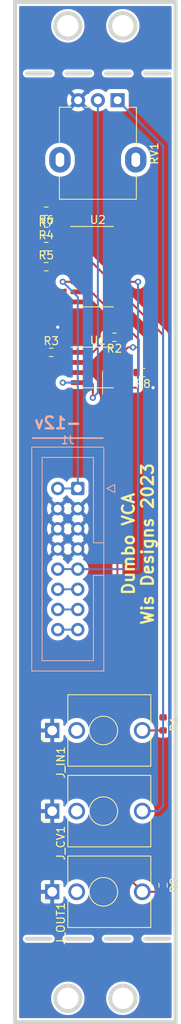
<source format=kicad_pcb>
(kicad_pcb (version 20211014) (generator pcbnew)
  (layers (0 "F.Cu" signal) (31 "B.Cu" signal) (34 "B.Paste" user) (35 "F.Paste" user) (36 "B.SilkS" user "B.Silkscreen") (37 "F.SilkS" user "F.Silkscreen") (38 "B.Mask" user) (39 "F.Mask" user) (44 "Edge.Cuts" user))
  (net 0 "")
  (net 1 "Net-(J1-Pad13)")
  (net 2 "Net-(J1-Pad15)")
  (net 3 "+5V")
  (net 4 "+12V")
  (net 5 "GND")
  (net 6 "-12V")
  (net 7 "Net-(J_CV1-PadT)")
  (net 9 "Net-(J_IN1-PadT)")
  (net 11 "Net-(J_OUT1-PadT)")
  (net 13 "Net-(R1-Pad1)")
  (net 14 "Net-(R2-Pad2)")
  (net 15 "Net-(R3-Pad2)")
  (net 16 "Net-(R5-Pad2)")
  (net 17 "Net-(R6-Pad2)")
  (net 18 "Net-(R7-Pad1)")
  (net 19 "Net-(U1-Pad5)")
  (net 20 "Net-(RV1-Pad2)")
  (footprint "Resistor_SMD:R_0603_1608Metric" (layer "F.Cu") (at 38.735 110.935 -90)
    (fp_text reference "R1" (at 0 -1.43 90) (layer "F.SilkS"))
    (fp_text value "9.1k")
    (fp_line (start -0.237258 0.5225) (end 0.237258 0.5225) (layer "F.SilkS") (width 0.12))
    (fp_line (start -0.237258 -0.5225) (end 0.237258 -0.5225) (layer "F.SilkS") (width 0.12))
    (pad "1" smd roundrect (at -0.825 0 270) (size 0.8 0.95) (layers "F.Cu" "F.Paste" "F.Mask") (net 13 "Net-(R1-Pad1)"))
    (pad "2" smd roundrect (at 0.825 0 270) (size 0.8 0.95) (layers "F.Cu" "F.Paste" "F.Mask") (net 9 "Net-(J_IN1-PadT)"))
  )
  (footprint "Resistor_SMD:R_0603_1608Metric" (layer "F.Cu") (at 23.94 50.8)
    (fp_text reference "R4" (at 0 -1.43) (layer "F.SilkS"))
    (fp_text value "1k")
    (fp_line (start -0.237258 0.5225) (end 0.237258 0.5225) (layer "F.SilkS") (width 0.12))
    (fp_line (start -0.237258 -0.5225) (end 0.237258 -0.5225) (layer "F.SilkS") (width 0.12))
    (pad "1" smd roundrect (at -0.825 0) (size 0.8 0.95) (layers "F.Cu" "F.Paste" "F.Mask") (net 5 "GND"))
    (pad "2" smd roundrect (at 0.825 0) (size 0.8 0.95) (layers "F.Cu" "F.Paste" "F.Mask") (net 13 "Net-(R1-Pad1)"))
  )
  (footprint "Potentiometer_THT:Potentiometer_Alpha_RD901F-40-00D_Single_Vertical" (layer "F.Cu") (at 32.98 32.375 -90)
    (fp_text reference "RV1" (at 6.71 -4.64 90) (layer "F.SilkS"))
    (fp_text value "AlphaPot")
    (fp_line (start 0.88 1.71) (end 0.88 1.18) (layer "F.SilkS") (width 0.12))
    (fp_line (start 9.41 7.37) (end 12.47 7.37) (layer "F.SilkS") (width 0.12))
    (fp_line (start 9.41 -2.37) (end 12.47 -2.37) (layer "F.SilkS") (width 0.12))
    (fp_line (start 0.88 -1.19) (end 0.88 -2.37) (layer "F.SilkS") (width 0.12))
    (fp_line (start 12.47 7.37) (end 12.47 -2.37) (layer "F.SilkS") (width 0.12))
    (fp_line (start 0.88 7.37) (end 0.88 5.88) (layer "F.SilkS") (width 0.12))
    (fp_line (start 0.88 4.16) (end 0.88 3.33) (layer "F.SilkS") (width 0.12))
    (fp_line (start 0.88 -2.38) (end 5.6 -2.38) (layer "F.SilkS") (width 0.12))
    (fp_line (start 0.88 7.37) (end 5.6 7.37) (layer "F.SilkS") (width 0.12))
    (pad "" thru_hole oval (at 7.5 7.3) (size 2.72 3.24) (drill oval 1.1 1.8) (layers *.Cu *.Mask))
    (pad "" thru_hole oval (at 7.5 -2.3) (size 2.72 3.24) (drill oval 1.1 1.8) (layers *.Cu *.Mask))
    (pad "1" thru_hole rect (at 0 0) (size 1.8 1.8) (drill 1) (layers *.Cu *.Mask) (net 7 "Net-(J_CV1-PadT)"))
    (pad "2" thru_hole circle (at 0 2.5) (size 1.8 1.8) (drill 1) (layers *.Cu *.Mask) (net 20 "Net-(RV1-Pad2)"))
    (pad "3" thru_hole circle (at 0 5) (size 1.8 1.8) (drill 1) (layers *.Cu *.Mask) (net 5 "GND"))
  )
  (footprint "Resistor_SMD:R_0603_1608Metric" (layer "F.Cu") (at 32.575 62.23 180)
    (fp_text reference "R2" (at 0 -1.43) (layer "F.SilkS"))
    (fp_text value "68k")
    (fp_line (start -0.237258 -0.5225) (end 0.237258 -0.5225) (layer "F.SilkS") (width 0.12))
    (fp_line (start -0.237258 0.5225) (end 0.237258 0.5225) (layer "F.SilkS") (width 0.12))
    (pad "1" smd roundrect (at -0.825 0 180) (size 0.8 0.95) (layers "F.Cu" "F.Paste" "F.Mask") (net 4 "+12V"))
    (pad "2" smd roundrect (at 0.825 0 180) (size 0.8 0.95) (layers "F.Cu" "F.Paste" "F.Mask") (net 14 "Net-(R2-Pad2)"))
  )
  (footprint "Resistor_SMD:R_0603_1608Metric" (layer "F.Cu") (at 23.94 46.355 180)
    (fp_text reference "R7" (at 0 -1.43) (layer "F.SilkS"))
    (fp_text value "9.1k")
    (fp_line (start -0.237258 0.5225) (end 0.237258 0.5225) (layer "F.SilkS") (width 0.12))
    (fp_line (start -0.237258 -0.5225) (end 0.237258 -0.5225) (layer "F.SilkS") (width 0.12))
    (pad "1" smd roundrect (at -0.825 0 180) (size 0.8 0.95) (layers "F.Cu" "F.Paste" "F.Mask") (net 18 "Net-(R7-Pad1)"))
    (pad "2" smd roundrect (at 0.825 0 180) (size 0.8 0.95) (layers "F.Cu" "F.Paste" "F.Mask") (net 15 "Net-(R3-Pad2)"))
  )
  (footprint "Resistor_SMD:R_0603_1608Metric" (layer "F.Cu") (at 38.735 131.255 -90)
    (fp_text reference "R9" (at 0 -1.43 90) (layer "F.SilkS"))
    (fp_text value "9.1k")
    (fp_line (start -0.237258 -0.5225) (end 0.237258 -0.5225) (layer "F.SilkS") (width 0.12))
    (fp_line (start -0.237258 0.5225) (end 0.237258 0.5225) (layer "F.SilkS") (width 0.12))
    (pad "1" smd roundrect (at -0.825 0 270) (size 0.8 0.95) (layers "F.Cu" "F.Paste" "F.Mask") (net 5 "GND"))
    (pad "2" smd roundrect (at 0.825 0 270) (size 0.8 0.95) (layers "F.Cu" "F.Paste" "F.Mask") (net 11 "Net-(J_OUT1-PadT)"))
  )
  (footprint "Resistor_SMD:R_0603_1608Metric" (layer "F.Cu") (at 36.195 66.675 180)
    (fp_text reference "R8" (at 0 -1.43) (layer "F.SilkS"))
    (fp_text value "9.1k")
    (fp_line (start -0.237258 -0.5225) (end 0.237258 -0.5225) (layer "F.SilkS") (width 0.12))
    (fp_line (start -0.237258 0.5225) (end 0.237258 0.5225) (layer "F.SilkS") (width 0.12))
    (pad "1" smd roundrect (at -0.825 0 180) (size 0.8 0.95) (layers "F.Cu" "F.Paste" "F.Mask") (net 5 "GND"))
    (pad "2" smd roundrect (at 0.825 0 180) (size 0.8 0.95) (layers "F.Cu" "F.Paste" "F.Mask") (net 19 "Net-(U1-Pad5)"))
  )
  (footprint "Package_SO:SOIC-16_3.9x9.9mm_P1.27mm" (layer "F.Cu") (at 30.48 53.34)
    (fp_text reference "U2" (at 0 -5.9) (layer "F.SilkS"))
    (fp_text value "LM13700")
    (fp_line (start 0 -5.06) (end 1.95 -5.06) (layer "F.SilkS") (width 0.12))
    (fp_line (start 0 -5.06) (end -3.45 -5.06) (layer "F.SilkS") (width 0.12))
    (fp_line (start 0 5.06) (end 1.95 5.06) (layer "F.SilkS") (width 0.12))
    (fp_line (start 0 5.06) (end -1.95 5.06) (layer "F.SilkS") (width 0.12))
    (pad "1" smd roundrect (at -2.475 -4.445) (size 1.95 0.6) (layers "F.Cu" "F.Paste" "F.Mask") (net 18 "Net-(R7-Pad1)"))
    (pad "2" smd roundrect (at -2.475 -3.175) (size 1.95 0.6) (layers "F.Cu" "F.Paste" "F.Mask") (net 17 "Net-(R6-Pad2)"))
    (pad "3" smd roundrect (at -2.475 -1.905) (size 1.95 0.6) (layers "F.Cu" "F.Paste" "F.Mask") (net 13 "Net-(R1-Pad1)"))
    (pad "4" smd roundrect (at -2.475 -0.635) (size 1.95 0.6) (layers "F.Cu" "F.Paste" "F.Mask") (net 16 "Net-(R5-Pad2)"))
    (pad "5" smd roundrect (at -2.475 0.635) (size 1.95 0.6) (layers "F.Cu" "F.Paste" "F.Mask") (net 19 "Net-(U1-Pad5)"))
    (pad "6" smd roundrect (at -2.475 1.905) (size 1.95 0.6) (layers "F.Cu" "F.Paste" "F.Mask") (net 6 "-12V"))
    (pad "7" smd roundrect (at -2.475 3.175) (size 1.95 0.6) (layers "F.Cu" "F.Paste" "F.Mask"))
    (pad "8" smd roundrect (at -2.475 4.445) (size 1.95 0.6) (layers "F.Cu" "F.Paste" "F.Mask"))
    (pad "9" smd roundrect (at 2.475 4.445) (size 1.95 0.6) (layers "F.Cu" "F.Paste" "F.Mask"))
    (pad "10" smd roundrect (at 2.475 3.175) (size 1.95 0.6) (layers "F.Cu" "F.Paste" "F.Mask"))
    (pad "11" smd roundrect (at 2.475 1.905) (size 1.95 0.6) (layers "F.Cu" "F.Paste" "F.Mask") (net 4 "+12V"))
    (pad "12" smd roundrect (at 2.475 0.635) (size 1.95 0.6) (layers "F.Cu" "F.Paste" "F.Mask"))
    (pad "13" smd roundrect (at 2.475 -0.635) (size 1.95 0.6) (layers "F.Cu" "F.Paste" "F.Mask"))
    (pad "14" smd roundrect (at 2.475 -1.905) (size 1.95 0.6) (layers "F.Cu" "F.Paste" "F.Mask"))
    (pad "15" smd roundrect (at 2.475 -3.175) (size 1.95 0.6) (layers "F.Cu" "F.Paste" "F.Mask"))
    (pad "16" smd roundrect (at 2.475 -4.445) (size 1.95 0.6) (layers "F.Cu" "F.Paste" "F.Mask"))
  )
  (footprint "Connector_Audio:Jack_3.5mm_QingPu_WQP-PJ398SM_Vertical_CircularHoles" (layer "F.Cu") (at 24.7 121.92 90)
    (fp_text reference "J_CV1" (at -4.03 1.08 90) (layer "F.SilkS"))
    (fp_text value "Thonkiconn")
    (fp_line (start -4.5 1.98) (end -4.5 12.48) (layer "F.SilkS") (width 0.12))
    (fp_line (start -0.72 1.98) (end -4.5 1.98) (layer "F.SilkS") (width 0.12))
    (fp_line (start 4.5 1.98) (end 0.72 1.98) (layer "F.SilkS") (width 0.12))
    (fp_line (start 4.5 12.48) (end 0.8 12.48) (layer "F.SilkS") (width 0.12))
    (fp_line (start -0.8 12.48) (end -4.5 12.48) (layer "F.SilkS") (width 0.12))
    (fp_line (start 4.5 1.98) (end 4.5 12.48) (layer "F.SilkS") (width 0.12))
    (fp_line (start -1.23 -1.17) (end -0.37 -1.17) (layer "F.SilkS") (width 0.12))
    (fp_line (start -1.23 -1.17) (end -1.23 -0.37) (layer "F.SilkS") (width 0.12))
    (fp_circle (center 0 6.48) (end 1.8 6.48) (layer "F.SilkS") (width 0.12) (fill none))
    (pad "S" thru_hole rect (at 0 0 270) (size 1.93 1.83) (drill 1.22) (layers *.Cu *.Mask) (net 5 "GND"))
    (pad "T" thru_hole circle (at 0 11.4 270) (size 2.13 2.13) (drill 1.43) (layers *.Cu *.Mask) (net 7 "Net-(J_CV1-PadT)"))
    (pad "TN" thru_hole circle (at 0 3.1 270) (size 2.13 2.13) (drill 1.42) (layers *.Cu *.Mask))
    (zone (net 0) (net_name "") (layer "F.Cu") (connect_pads (clearance 0)) (min_thickness 0.254)
      (keepout (tracks not_allowed) (vias not_allowed) (pads not_allowed) (copperpour not_allowed) (footprints not_allowed))
      (fill (thermal_gap 0.508) (thermal_bridge_width 0.508))
      (polygon (pts (xy 31.18 120.414859) (xy 30.934171 120.43507) (xy 30.694945 120.495159) (xy 30.468744 120.593514) (xy 30.261645 120.727492) (xy 30.07921 120.893496) (xy 29.926336 121.087068) (xy 29.807131 121.303008) (xy 29.724794 121.535518) (xy 29.681539 121.778354) (xy 29.678525 122.024993) (xy 29.715835 122.268813) (xy 29.792466 122.503266) (xy 29.90636 122.722054) (xy 30.054458 122.919303) (xy 30.232784 123.089714) (xy 30.436548 123.228712) (xy 30.660278 123.332564) (xy 30.897965 123.398481) (xy 31.143226 123.424692) (xy 31.389475 123.410493) (xy 31.630099 123.356266) (xy 31.858634 123.263468) (xy 32.068945 123.134589) (xy 32.255382 122.973092) (xy 32.412939 122.783313) (xy 32.537385 122.57035) (xy 32.625377 122.339921) (xy 32.674553 122.098215) (xy 32.683592 121.851722) (xy 32.65225 121.607064) (xy 32.58137 121.370809) (xy 32.472856 121.149303) (xy 32.329621 120.948495) (xy 32.155512 120.773777) (xy 31.955205 120.629842) (xy 31.734079 120.520555) (xy 31.498074 120.448851) (xy 31.253526 120.416656)))
    )
  )
  (footprint "Resistor_SMD:R_0603_1608Metric" (layer "F.Cu") (at 23.94 53.34)
    (fp_text reference "R5" (at 0 -1.43) (layer "F.SilkS"))
    (fp_text value "1k")
    (fp_line (start -0.237258 -0.5225) (end 0.237258 -0.5225) (layer "F.SilkS") (width 0.12))
    (fp_line (start -0.237258 0.5225) (end 0.237258 0.5225) (layer "F.SilkS") (width 0.12))
    (pad "1" smd roundrect (at -0.825 0) (size 0.8 0.95) (layers "F.Cu" "F.Paste" "F.Mask") (net 5 "GND"))
    (pad "2" smd roundrect (at 0.825 0) (size 0.8 0.95) (layers "F.Cu" "F.Paste" "F.Mask") (net 16 "Net-(R5-Pad2)"))
  )
  (footprint "Connector_Audio:Jack_3.5mm_QingPu_WQP-PJ398SM_Vertical_CircularHoles" (layer "F.Cu") (at 24.7 132.08 90)
    (fp_text reference "J_OUT1" (at -4.03 1.08 90) (layer "F.SilkS"))
    (fp_text value "Thonkiconn")
    (fp_line (start 4.5 1.98) (end 4.5 12.48) (layer "F.SilkS") (width 0.12))
    (fp_line (start -0.8 12.48) (end -4.5 12.48) (layer "F.SilkS") (width 0.12))
    (fp_line (start 4.5 1.98) (end 0.72 1.98) (layer "F.SilkS") (width 0.12))
    (fp_line (start 4.5 12.48) (end 0.8 12.48) (layer "F.SilkS") (width 0.12))
    (fp_line (start -1.23 -1.17) (end -0.37 -1.17) (layer "F.SilkS") (width 0.12))
    (fp_line (start -0.72 1.98) (end -4.5 1.98) (layer "F.SilkS") (width 0.12))
    (fp_line (start -1.23 -1.17) (end -1.23 -0.37) (layer "F.SilkS") (width 0.12))
    (fp_line (start -4.5 1.98) (end -4.5 12.48) (layer "F.SilkS") (width 0.12))
    (fp_circle (center 0 6.48) (end 1.8 6.48) (layer "F.SilkS") (width 0.12) (fill none))
    (pad "S" thru_hole rect (at 0 0 270) (size 1.93 1.83) (drill 1.22) (layers *.Cu *.Mask) (net 5 "GND"))
    (pad "T" thru_hole circle (at 0 11.4 270) (size 2.13 2.13) (drill 1.43) (layers *.Cu *.Mask) (net 11 "Net-(J_OUT1-PadT)"))
    (pad "TN" thru_hole circle (at 0 3.1 270) (size 2.13 2.13) (drill 1.42) (layers *.Cu *.Mask))
    (zone (net 0) (net_name "") (layer "F.Cu") (connect_pads (clearance 0)) (min_thickness 0.254)
      (keepout (tracks not_allowed) (vias not_allowed) (pads not_allowed) (copperpour not_allowed) (footprints not_allowed))
      (fill (thermal_gap 0.508) (thermal_bridge_width 0.508))
      (polygon (pts (xy 31.18 130.574859) (xy 30.934171 130.59507) (xy 30.694945 130.655159) (xy 30.468744 130.753514) (xy 30.261645 130.887492) (xy 30.07921 131.053496) (xy 29.926336 131.247068) (xy 29.807131 131.463008) (xy 29.724794 131.695518) (xy 29.681539 131.938354) (xy 29.678525 132.184993) (xy 29.715835 132.428813) (xy 29.792466 132.663266) (xy 29.90636 132.882054) (xy 30.054458 133.079303) (xy 30.232784 133.249714) (xy 30.436548 133.388712) (xy 30.660278 133.492564) (xy 30.897965 133.558481) (xy 31.143226 133.584692) (xy 31.389475 133.570493) (xy 31.630099 133.516266) (xy 31.858634 133.423468) (xy 32.068945 133.294589) (xy 32.255382 133.133092) (xy 32.412939 132.943313) (xy 32.537385 132.73035) (xy 32.625377 132.499921) (xy 32.674553 132.258215) (xy 32.683592 132.011722) (xy 32.65225 131.767064) (xy 32.58137 131.530809) (xy 32.472856 131.309303) (xy 32.329621 131.108495) (xy 32.155512 130.933777) (xy 31.955205 130.789842) (xy 31.734079 130.680555) (xy 31.498074 130.608851) (xy 31.253526 130.576656)))
    )
  )
  (footprint "Resistor_SMD:R_0603_1608Metric" (layer "F.Cu") (at 23.94 48.895)
    (fp_text reference "R6" (at 0 -1.43) (layer "F.SilkS"))
    (fp_text value "9.1k")
    (fp_line (start -0.237258 0.5225) (end 0.237258 0.5225) (layer "F.SilkS") (width 0.12))
    (fp_line (start -0.237258 -0.5225) (end 0.237258 -0.5225) (layer "F.SilkS") (width 0.12))
    (pad "1" smd roundrect (at -0.825 0) (size 0.8 0.95) (layers "F.Cu" "F.Paste" "F.Mask") (net 5 "GND"))
    (pad "2" smd roundrect (at 0.825 0) (size 0.8 0.95) (layers "F.Cu" "F.Paste" "F.Mask") (net 17 "Net-(R6-Pad2)"))
  )
  (footprint "Connector_Audio:Jack_3.5mm_QingPu_WQP-PJ398SM_Vertical_CircularHoles" (layer "F.Cu") (at 24.7 111.76 90)
    (fp_text reference "J_IN1" (at -4.03 1.08 90) (layer "F.SilkS"))
    (fp_text value "Thonkiconn")
    (fp_line (start 4.5 12.48) (end 0.8 12.48) (layer "F.SilkS") (width 0.12))
    (fp_line (start -4.5 1.98) (end -4.5 12.48) (layer "F.SilkS") (width 0.12))
    (fp_line (start -0.72 1.98) (end -4.5 1.98) (layer "F.SilkS") (width 0.12))
    (fp_line (start -0.8 12.48) (end -4.5 12.48) (layer "F.SilkS") (width 0.12))
    (fp_line (start -1.23 -1.17) (end -0.37 -1.17) (layer "F.SilkS") (width 0.12))
    (fp_line (start -1.23 -1.17) (end -1.23 -0.37) (layer "F.SilkS") (width 0.12))
    (fp_line (start 4.5 1.98) (end 0.72 1.98) (layer "F.SilkS") (width 0.12))
    (fp_line (start 4.5 1.98) (end 4.5 12.48) (layer "F.SilkS") (width 0.12))
    (fp_circle (center 0 6.48) (end 1.8 6.48) (layer "F.SilkS") (width 0.12) (fill none))
    (pad "S" thru_hole rect (at 0 0 270) (size 1.93 1.83) (drill 1.22) (layers *.Cu *.Mask) (net 5 "GND"))
    (pad "T" thru_hole circle (at 0 11.4 270) (size 2.13 2.13) (drill 1.43) (layers *.Cu *.Mask) (net 9 "Net-(J_IN1-PadT)"))
    (pad "TN" thru_hole circle (at 0 3.1 270) (size 2.13 2.13) (drill 1.42) (layers *.Cu *.Mask))
    (zone (net 0) (net_name "") (layer "F.Cu") (connect_pads (clearance 0)) (min_thickness 0.254)
      (keepout (tracks not_allowed) (vias not_allowed) (pads not_allowed) (copperpour not_allowed) (footprints not_allowed))
      (fill (thermal_gap 0.508) (thermal_bridge_width 0.508))
      (polygon (pts (xy 31.18 110.254859) (xy 30.934171 110.27507) (xy 30.694945 110.335159) (xy 30.468744 110.433514) (xy 30.261645 110.567492) (xy 30.07921 110.733496) (xy 29.926336 110.927068) (xy 29.807131 111.143008) (xy 29.724794 111.375518) (xy 29.681539 111.618354) (xy 29.678525 111.864993) (xy 29.715835 112.108813) (xy 29.792466 112.343266) (xy 29.90636 112.562054) (xy 30.054458 112.759303) (xy 30.232784 112.929714) (xy 30.436548 113.068712) (xy 30.660278 113.172564) (xy 30.897965 113.238481) (xy 31.143226 113.264692) (xy 31.389475 113.250493) (xy 31.630099 113.196266) (xy 31.858634 113.103468) (xy 32.068945 112.974589) (xy 32.255382 112.813092) (xy 32.412939 112.623313) (xy 32.537385 112.41035) (xy 32.625377 112.179921) (xy 32.674553 111.938215) (xy 32.683592 111.691722) (xy 32.65225 111.447064) (xy 32.58137 111.210809) (xy 32.472856 110.989303) (xy 32.329621 110.788495) (xy 32.155512 110.613777) (xy 31.955205 110.469842) (xy 31.734079 110.360555) (xy 31.498074 110.288851) (xy 31.253526 110.256656)))
    )
  )
  (footprint "Resistor_SMD:R_0603_1608Metric" (layer "F.Cu") (at 24.575 64.135)
    (fp_text reference "R3" (at 0 -1.43) (layer "F.SilkS"))
    (fp_text value "68k")
    (fp_line (start -0.237258 0.5225) (end 0.237258 0.5225) (layer "F.SilkS") (width 0.12))
    (fp_line (start -0.237258 -0.5225) (end 0.237258 -0.5225) (layer "F.SilkS") (width 0.12))
    (pad "1" smd roundrect (at -0.825 0) (size 0.8 0.95) (layers "F.Cu" "F.Paste" "F.Mask") (net 14 "Net-(R2-Pad2)"))
    (pad "2" smd roundrect (at 0.825 0) (size 0.8 0.95) (layers "F.Cu" "F.Paste" "F.Mask") (net 15 "Net-(R3-Pad2)"))
  )
  (footprint "Package_SO:SOIC-8_3.9x4.9mm_P1.27mm" (layer "F.Cu") (at 30.48 66.04)
    (fp_text reference "U1" (at 0 -3.4) (layer "F.SilkS"))
    (fp_text value "TL072")
    (fp_line (start 0 -2.56) (end -3.45 -2.56) (layer "F.SilkS") (width 0.12))
    (fp_line (start 0 2.56) (end 1.95 2.56) (layer "F.SilkS") (width 0.12))
    (fp_line (start 0 2.56) (end -1.95 2.56) (layer "F.SilkS") (width 0.12))
    (fp_line (start 0 -2.56) (end 1.95 -2.56) (layer "F.SilkS") (width 0.12))
    (pad "1" smd roundrect (at -2.475 -1.905) (size 1.95 0.6) (layers "F.Cu" "F.Paste" "F.Mask") (net 15 "Net-(R3-Pad2)"))
    (pad "2" smd roundrect (at -2.475 -0.635) (size 1.95 0.6) (layers "F.Cu" "F.Paste" "F.Mask") (net 14 "Net-(R2-Pad2)"))
    (pad "3" smd roundrect (at -2.475 0.635) (size 1.95 0.6) (layers "F.Cu" "F.Paste" "F.Mask") (net 20 "Net-(RV1-Pad2)"))
    (pad "4" smd roundrect (at -2.475 1.905) (size 1.95 0.6) (layers "F.Cu" "F.Paste" "F.Mask") (net 6 "-12V"))
    (pad "5" smd roundrect (at 2.475 1.905) (size 1.95 0.6) (layers "F.Cu" "F.Paste" "F.Mask") (net 19 "Net-(U1-Pad5)"))
    (pad "6" smd roundrect (at 2.475 0.635) (size 1.95 0.6) (layers "F.Cu" "F.Paste" "F.Mask") (net 11 "Net-(J_OUT1-PadT)"))
    (pad "7" smd roundrect (at 2.475 -0.635) (size 1.95 0.6) (layers "F.Cu" "F.Paste" "F.Mask") (net 11 "Net-(J_OUT1-PadT)"))
    (pad "8" smd roundrect (at 2.475 -1.905) (size 1.95 0.6) (layers "F.Cu" "F.Paste" "F.Mask") (net 4 "+12V"))
  )
  (footprint "Connector_IDC:IDC-Header_2x08_P2.54mm_Vertical" (layer "B.Cu") (at 27.94 81.28 180)
    (fp_text reference "J1" (at 1.27 6.1) (layer "B.SilkS") (effects (justify mirror)))
    (fp_text value "Conn_02x08_Odd_Even")
    (fp_line (start -1.98 -6.84) (end -1.98 3.91) (layer "B.SilkS") (width 0.12))
    (fp_line (start 5.83 -22.99) (end -3.29 -22.99) (layer "B.SilkS") (width 0.12))
    (fp_line (start -1.98 3.91) (end 4.52 3.91) (layer "B.SilkS") (width 0.12))
    (fp_line (start -3.29 -6.84) (end -1.98 -6.84) (layer "B.SilkS") (width 0.12))
    (fp_line (start -3.29 -22.99) (end -3.29 5.21) (layer "B.SilkS") (width 0.12))
    (fp_line (start -1.98 -10.94) (end -3.29 -10.94) (layer "B.SilkS") (width 0.12))
    (fp_line (start -4.68 -0.5) (end -3.68 0) (layer "B.SilkS") (width 0.12))
    (fp_line (start -1.98 -10.94) (end -1.98 -10.94) (layer "B.SilkS") (width 0.12))
    (fp_line (start -3.68 0) (end -4.68 0.5) (layer "B.SilkS") (width 0.12))
    (fp_line (start -4.68 0.5) (end -4.68 -0.5) (layer "B.SilkS") (width 0.12))
    (fp_line (start 4.52 3.91) (end 4.52 -21.69) (layer "B.SilkS") (width 0.12))
    (fp_line (start 5.83 5.21) (end 5.83 -22.99) (layer "B.SilkS") (width 0.12))
    (fp_line (start -3.29 5.21) (end 5.83 5.21) (layer "B.SilkS") (width 0.12))
    (fp_line (start 4.52 -21.69) (end -1.98 -21.69) (layer "B.SilkS") (width 0.12))
    (fp_line (start -1.98 -21.69) (end -1.98 -10.94) (layer "B.SilkS") (width 0.12))
    (pad "1" thru_hole roundrect (at 0 0 180) (size 1.7 1.7) (drill 1) (layers *.Cu *.Mask) (roundrect_rratio 0.1470588235) (net 6 "-12V"))
    (pad "2" thru_hole circle (at 2.54 0 180) (size 1.7 1.7) (drill 1) (layers *.Cu *.Mask) (net 6 "-12V"))
    (pad "3" thru_hole circle (at 0 -2.54 180) (size 1.7 1.7) (drill 1) (layers *.Cu *.Mask) (net 5 "GND"))
    (pad "4" thru_hole circle (at 2.54 -2.54 180) (size 1.7 1.7) (drill 1) (layers *.Cu *.Mask) (net 5 "GND"))
    (pad "5" thru_hole circle (at 0 -5.08 180) (size 1.7 1.7) (drill 1) (layers *.Cu *.Mask) (net 5 "GND"))
    (pad "6" thru_hole circle (at 2.54 -5.08 180) (size 1.7 1.7) (drill 1) (layers *.Cu *.Mask) (net 5 "GND"))
    (pad "7" thru_hole circle (at 0 -7.62 180) (size 1.7 1.7) (drill 1) (layers *.Cu *.Mask) (net 5 "GND"))
    (pad "8" thru_hole circle (at 2.54 -7.62 180) (size 1.7 1.7) (drill 1) (layers *.Cu *.Mask) (net 5 "GND"))
    (pad "9" thru_hole circle (at 0 -10.16 180) (size 1.7 1.7) (drill 1) (layers *.Cu *.Mask) (net 4 "+12V"))
    (pad "10" thru_hole circle (at 2.54 -10.16 180) (size 1.7 1.7) (drill 1) (layers *.Cu *.Mask) (net 4 "+12V"))
    (pad "11" thru_hole circle (at 0 -12.7 180) (size 1.7 1.7) (drill 1) (layers *.Cu *.Mask) (net 3 "+5V"))
    (pad "12" thru_hole circle (at 2.54 -12.7 180) (size 1.7 1.7) (drill 1) (layers *.Cu *.Mask) (net 3 "+5V"))
    (pad "13" thru_hole circle (at 0 -15.24 180) (size 1.7 1.7) (drill 1) (layers *.Cu *.Mask) (net 1 "Net-(J1-Pad13)"))
    (pad "14" thru_hole circle (at 2.54 -15.24 180) (size 1.7 1.7) (drill 1) (layers *.Cu *.Mask) (net 1 "Net-(J1-Pad13)"))
    (pad "15" thru_hole circle (at 0 -17.78 180) (size 1.7 1.7) (drill 1) (layers *.Cu *.Mask) (net 2 "Net-(J1-Pad15)"))
    (pad "16" thru_hole circle (at 2.54 -17.78 180) (size 1.7 1.7) (drill 1) (layers *.Cu *.Mask) (net 2 "Net-(J1-Pad15)"))
  )
  (gr_line (start 31.115 74.93) (end 22.225 74.93) (layer "B.SilkS") (width 0.2))
  (gr_circle (center 26.68 145.5) (end 26.68 147.1) (layer "Edge.Cuts") (width 0.5) (fill none))
  (gr_circle (center 33.64 145.5) (end 33.64 147.1) (layer "Edge.Cuts") (width 0.5) (fill none))
  (gr_circle (center 26.68 23) (end 26.68 24.6) (layer "Edge.Cuts") (width 0.5) (fill none))
  (gr_line (start 21.5 29) (end 24.5 29) (layer "Edge.Cuts") (width 0.5))
  (gr_rect (start 20 20) (end 40.32 148.5) (layer "Edge.Cuts") (width 0.5) (fill none))
  (gr_circle (center 33.64 23) (end 33.64 24.6) (layer "Edge.Cuts") (width 0.5) (fill none))
  (gr_line (start 36.5 29) (end 39.5 29) (layer "Edge.Cuts") (width 0.5))
  (gr_line (start 31.5 29) (end 34.5 29) (layer "Edge.Cuts") (width 0.5))
  (gr_line (start 21.5 138) (end 24.5 138) (layer "Edge.Cuts") (width 0.5))
  (gr_line (start 26.5 29) (end 29.5 29) (layer "Edge.Cuts") (width 0.5))
  (gr_line (start 26.5 138) (end 29.5 138) (layer "Edge.Cuts") (width 0.5))
  (gr_line (start 36.5 138) (end 39.5 138) (layer "Edge.Cuts") (width 0.5))
  (gr_line (start 31.5 138) (end 34.5 138) (layer "Edge.Cuts") (width 0.5))
  (gr_text "-12v" (at 25.4 73.025) (layer "B.SilkS") (effects (font (size 1.5 1.5) (thickness 0.3)) (justify mirror)))
  (gr_text "Dumbo VCA\nWis Designs 2023" (at 35.56 88.265 90) (layer "F.SilkS") (effects (font (size 1.5 1.5) (thickness 0.3))))
  (segment (start 25.4 96.52) (end 27.94 96.52) (width 0.25) (layer "B.Cu") (net 1))
  (segment (start 27.94 99.06) (end 25.4 99.06) (width 0.25) (layer "B.Cu") (net 2))
  (segment (start 27.94 93.98) (end 25.4 93.98) (width 0.25) (layer "B.Cu") (net 3))
  (segment (start 33.4 62.23) (end 33.4 63.69) (width 0.25) (layer "F.Cu") (net 4))
  (segment (start 33.4 63.69) (end 32.955 64.135) (width 0.25) (layer "F.Cu") (net 4))
  (segment (start 35.56 55.245) (end 32.955 55.245) (width 0.25) (layer "F.Cu") (net 4))
  (segment (start 34.29 63.5) (end 33.655 64.135) (width 0.25) (layer "F.Cu") (net 4))
  (segment (start 33.655 64.135) (end 32.955 64.135) (width 0.25) (layer "F.Cu") (net 4))
  (segment (start 34.925 63.5) (end 34.29 63.5) (width 0.25) (layer "F.Cu") (net 4))
  (via (at 35.56 55.245) (size 0.8) (drill 0.4) (layers "F.Cu" "B.Cu") (net 4))
  (via (at 34.925 63.5) (size 0.8) (drill 0.4) (layers "F.Cu" "B.Cu") (net 4))
  (segment (start 35.56 91.44) (end 35.56 64.135) (width 0.25) (layer "B.Cu") (net 4))
  (segment (start 35.56 64.135) (end 35.56 55.245) (width 0.25) (layer "B.Cu") (net 4))
  (segment (start 25.4 91.44) (end 27.94 91.44) (width 0.25) (layer "B.Cu") (net 4))
  (segment (start 27.94 91.44) (end 35.56 91.44) (width 0.25) (layer "B.Cu") (net 4))
  (segment (start 35.56 63.5) (end 34.925 63.5) (width 0.25) (layer "B.Cu") (net 4))
  (via (at 37.465 68.58) (size 0.8) (drill 0.4) (layers "F.Cu" "B.Cu") (net 5))
  (via (at 25.4 60.96) (size 0.8) (drill 0.4) (layers "F.Cu" "B.Cu") (net 5))
  (segment (start 26.035 55.245) (end 28.005 55.245) (width 0.25) (layer "F.Cu") (net 6))
  (segment (start 26.035 67.945) (end 28.005 67.945) (width 0.25) (layer "F.Cu") (net 6))
  (via (at 26.035 55.245) (size 0.8) (drill 0.4) (layers "F.Cu" "B.Cu") (net 6))
  (via (at 26.035 67.945) (size 0.8) (drill 0.4) (layers "F.Cu" "B.Cu") (net 6))
  (segment (start 27.94 81.28) (end 25.4 81.28) (width 0.25) (layer "B.Cu") (net 6))
  (segment (start 27.94 57.15) (end 26.035 55.245) (width 0.25) (layer "B.Cu") (net 6))
  (segment (start 27.94 81.28) (end 27.94 67.945) (width 0.25) (layer "B.Cu") (net 6))
  (segment (start 27.94 67.945) (end 27.94 57.15) (width 0.25) (layer "B.Cu") (net 6))
  (segment (start 27.94 67.945) (end 26.035 67.945) (width 0.25) (layer "B.Cu") (net 6))
  (segment (start 36.1 121.92) (end 38.1 121.92) (width 0.25) (layer "B.Cu") (net 7))
  (segment (start 38.1 121.92) (end 38.735 121.285) (width 0.25) (layer "B.Cu") (net 7))
  (segment (start 38.735 121.285) (end 38.735 38.13) (width 0.25) (layer "B.Cu") (net 7))
  (segment (start 38.735 38.13) (end 32.98 32.375) (width 0.25) (layer "B.Cu") (net 7))
  (segment (start 38.735 111.76) (end 36.1 111.76) (width 0.25) (layer "F.Cu") (net 9))
  (segment (start 32.955 66.675) (end 31.685 66.675) (width 0.25) (layer "F.Cu") (net 11))
  (segment (start 38.735 132.08) (end 36.1 132.08) (width 0.25) (layer "F.Cu") (net 11))
  (segment (start 31.655 69.755) (end 32.955 71.055) (width 0.25) (layer "F.Cu") (net 11))
  (segment (start 32.955 128.935) (end 36.1 132.08) (width 0.25) (layer "F.Cu") (net 11))
  (segment (start 32.955 66.675) (end 32.955 65.405) (width 0.25) (layer "F.Cu") (net 11))
  (segment (start 32.955 71.055) (end 32.955 128.935) (width 0.25) (layer "F.Cu") (net 11))
  (segment (start 31.655 66.705) (end 31.655 69.755) (width 0.25) (layer "F.Cu") (net 11))
  (segment (start 31.685 66.675) (end 31.655 66.705) (width 0.25) (layer "F.Cu") (net 11))
  (segment (start 31.655 54.708249) (end 31.655 56.881751) (width 0.25) (layer "F.Cu") (net 13))
  (segment (start 28.005 51.435) (end 28.381751 51.435) (width 0.25) (layer "F.Cu") (net 13))
  (segment (start 25.4 51.435) (end 24.765 50.8) (width 0.25) (layer "F.Cu") (net 13))
  (segment (start 38.735 61.918249) (end 38.735 110.11) (width 0.25) (layer "F.Cu") (net 13))
  (segment (start 28.381751 51.435) (end 31.655 54.708249) (width 0.25) (layer "F.Cu") (net 13))
  (segment (start 31.655 56.881751) (end 31.933249 57.16) (width 0.25) (layer "F.Cu") (net 13))
  (segment (start 33.976751 57.16) (end 38.735 61.918249) (width 0.25) (layer "F.Cu") (net 13))
  (segment (start 31.933249 57.16) (end 33.976751 57.16) (width 0.25) (layer "F.Cu") (net 13))
  (segment (start 28.005 51.435) (end 25.4 51.435) (width 0.25) (layer "F.Cu") (net 13))
  (segment (start 23.75 64.135) (end 25.02 65.405) (width 0.25) (layer "F.Cu") (net 14))
  (segment (start 28.575 65.405) (end 28.005 65.405) (width 0.25) (layer "F.Cu") (net 14))
  (segment (start 25.02 65.405) (end 28.005 65.405) (width 0.25) (layer "F.Cu") (net 14))
  (segment (start 31.75 62.23) (end 28.575 65.405) (width 0.25) (layer "F.Cu") (net 14))
  (segment (start 25.4 64.135) (end 24.04 62.775) (width 0.25) (layer "F.Cu") (net 15))
  (segment (start 28.005 64.135) (end 25.4 64.135) (width 0.25) (layer "F.Cu") (net 15))
  (segment (start 24.04 62.775) (end 24.04 47.28) (width 0.25) (layer "F.Cu") (net 15))
  (segment (start 24.04 47.28) (end 23.115 46.355) (width 0.25) (layer "F.Cu") (net 15))
  (segment (start 28.005 52.705) (end 25.4 52.705) (width 0.25) (layer "F.Cu") (net 16))
  (segment (start 25.4 52.705) (end 24.765 53.34) (width 0.25) (layer "F.Cu") (net 16))
  (segment (start 26.035 50.165) (end 24.765 48.895) (width 0.25) (layer "F.Cu") (net 17))
  (segment (start 28.005 50.165) (end 26.035 50.165) (width 0.25) (layer "F.Cu") (net 17))
  (segment (start 27.305 48.895) (end 28.005 48.895) (width 0.25) (layer "F.Cu") (net 18))
  (segment (start 24.765 46.355) (end 27.305 48.895) (width 0.25) (layer "F.Cu") (net 18))
  (segment (start 35.56 66.865) (end 35.56 68.58) (width 0.25) (layer "F.Cu") (net 19))
  (segment (start 28.381751 53.975) (end 29.305 54.898249) (width 0.25) (layer "F.Cu") (net 19))
  (segment (start 35.37 66.675) (end 35.56 66.865) (width 0.25) (layer "F.Cu") (net 19))
  (segment (start 35.65 66.395) (end 35.37 66.675) (width 0.25) (layer "F.Cu") (net 19))
  (segment (start 35.65 62.503249) (end 35.65 66.395) (width 0.25) (layer "F.Cu") (net 19))
  (segment (start 29.305 56.158249) (end 35.65 62.503249) (width 0.25) (layer "F.Cu") (net 19))
  (segment (start 28.005 53.975) (end 28.381751 53.975) (width 0.25) (layer "F.Cu") (net 19))
  (segment (start 29.305 54.898249) (end 29.305 56.158249) (width 0.25) (layer "F.Cu") (net 19))
  (segment (start 35.56 68.58) (end 33.59 68.58) (width 0.25) (layer "F.Cu") (net 19))
  (segment (start 33.59 68.58) (end 32.955 67.945) (width 0.25) (layer "F.Cu") (net 19))
  (segment (start 29.845 68.138249) (end 28.381751 66.675) (width 0.25) (layer "F.Cu") (net 20))
  (segment (start 29.845 69.85) (end 29.845 68.138249) (width 0.25) (layer "F.Cu") (net 20))
  (segment (start 28.381751 66.675) (end 28.005 66.675) (width 0.25) (layer "F.Cu") (net 20))
  (via (at 29.845 69.85) (size 0.8) (drill 0.4) (layers "F.Cu" "B.Cu") (net 20))
  (segment (start 30.48 69.215) (end 29.845 69.85) (width 0.25) (layer "B.Cu") (net 20))
  (segment (start 30.48 32.375) (end 30.48 69.215) (width 0.25) (layer "B.Cu") (net 20))
  (zone (net 5) (net_name "GND") (layer "F.Cu") (connect_pads (clearance 0.508)) (min_thickness 0.254) (fill yes (thermal_gap 0.508) (thermal_bridge_width 0.508))
    (polygon (pts (xy 20 20) (xy 40.32 20) (xy 40.32 148.5) (xy 20 148.5)))
  )
  (zone (net 5) (net_name "GND") (layer "B.Cu") (connect_pads (clearance 0.508)) (min_thickness 0.254) (fill yes (thermal_gap 0.508) (thermal_bridge_width 0.508))
    (polygon (pts (xy 20 20) (xy 40.32 20) (xy 40.32 148.5) (xy 20 148.5)))
  )
)
</source>
